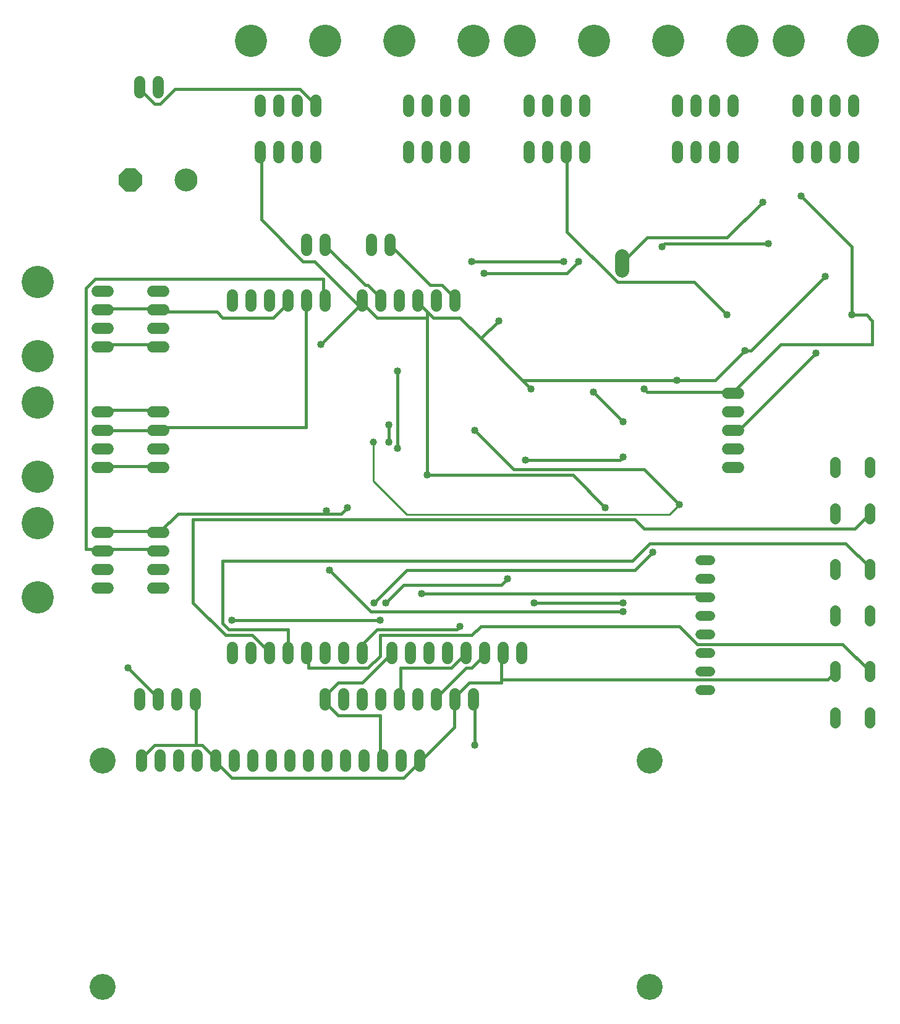
<source format=gbl>
G75*
G70*
%OFA0B0*%
%FSLAX24Y24*%
%IPPOS*%
%LPD*%
%AMOC8*
5,1,8,0,0,1.08239X$1,22.5*
%
%ADD10C,0.0600*%
%ADD11C,0.0554*%
%ADD12C,0.1400*%
%ADD13C,0.1740*%
%ADD14C,0.0780*%
%ADD15C,0.0520*%
%ADD16OC8,0.1240*%
%ADD17C,0.1240*%
%ADD18C,0.0160*%
%ADD19C,0.0400*%
%ADD20C,0.0396*%
%ADD21C,0.0100*%
D10*
X007234Y013406D02*
X007234Y014006D01*
X008234Y014006D02*
X008234Y013406D01*
X009234Y013406D02*
X009234Y014006D01*
X010234Y014006D02*
X010234Y013406D01*
X011234Y013406D02*
X011234Y014006D01*
X012234Y014006D02*
X012234Y013406D01*
X013234Y013406D02*
X013234Y014006D01*
X014234Y014006D02*
X014234Y013406D01*
X015234Y013406D02*
X015234Y014006D01*
X016234Y014006D02*
X016234Y013406D01*
X017234Y013406D02*
X017234Y014006D01*
X018234Y014006D02*
X018234Y013406D01*
X019234Y013406D02*
X019234Y014006D01*
X020234Y014006D02*
X020234Y013406D01*
X021234Y013406D02*
X021234Y014006D01*
X022234Y014006D02*
X022234Y013406D01*
X022134Y016706D02*
X022134Y017306D01*
X021134Y017306D02*
X021134Y016706D01*
X020134Y016706D02*
X020134Y017306D01*
X019134Y017306D02*
X019134Y016706D01*
X018134Y016706D02*
X018134Y017306D01*
X017134Y017306D02*
X017134Y016706D01*
X017134Y019206D02*
X017134Y019806D01*
X016134Y019806D02*
X016134Y019206D01*
X015134Y019206D02*
X015134Y019806D01*
X014134Y019806D02*
X014134Y019206D01*
X013134Y019206D02*
X013134Y019806D01*
X012134Y019806D02*
X012134Y019206D01*
X010134Y017306D02*
X010134Y016706D01*
X009134Y016706D02*
X009134Y017306D01*
X008134Y017306D02*
X008134Y016706D01*
X007134Y016706D02*
X007134Y017306D01*
X007834Y023006D02*
X008434Y023006D01*
X008434Y024006D02*
X007834Y024006D01*
X007834Y025006D02*
X008434Y025006D01*
X008434Y026006D02*
X007834Y026006D01*
X005434Y026006D02*
X004834Y026006D01*
X004834Y025006D02*
X005434Y025006D01*
X005434Y024006D02*
X004834Y024006D01*
X004834Y023006D02*
X005434Y023006D01*
X005434Y029506D02*
X004834Y029506D01*
X004834Y030506D02*
X005434Y030506D01*
X005434Y031506D02*
X004834Y031506D01*
X004834Y032506D02*
X005434Y032506D01*
X007834Y032506D02*
X008434Y032506D01*
X008434Y031506D02*
X007834Y031506D01*
X007834Y030506D02*
X008434Y030506D01*
X008434Y029506D02*
X007834Y029506D01*
X007834Y036006D02*
X008434Y036006D01*
X008434Y037006D02*
X007834Y037006D01*
X007834Y038006D02*
X008434Y038006D01*
X008434Y039006D02*
X007834Y039006D01*
X005434Y039006D02*
X004834Y039006D01*
X004834Y038006D02*
X005434Y038006D01*
X005434Y037006D02*
X004834Y037006D01*
X004834Y036006D02*
X005434Y036006D01*
X012134Y038206D02*
X012134Y038806D01*
X013134Y038806D02*
X013134Y038206D01*
X014134Y038206D02*
X014134Y038806D01*
X015134Y038806D02*
X015134Y038206D01*
X016134Y038206D02*
X016134Y038806D01*
X017134Y038806D02*
X017134Y038206D01*
X019134Y038206D02*
X019134Y038806D01*
X020134Y038806D02*
X020134Y038206D01*
X021134Y038206D02*
X021134Y038806D01*
X022134Y038806D02*
X022134Y038206D01*
X023134Y038206D02*
X023134Y038806D01*
X024134Y038806D02*
X024134Y038206D01*
X020634Y041206D02*
X020634Y041806D01*
X019634Y041806D02*
X019634Y041206D01*
X017134Y041206D02*
X017134Y041806D01*
X016134Y041806D02*
X016134Y041206D01*
X015634Y046206D02*
X015634Y046806D01*
X014634Y046806D02*
X014634Y046206D01*
X013634Y046206D02*
X013634Y046806D01*
X013634Y048706D02*
X013634Y049306D01*
X014634Y049306D02*
X014634Y048706D01*
X015634Y048706D02*
X015634Y049306D01*
X016634Y049306D02*
X016634Y048706D01*
X016634Y046806D02*
X016634Y046206D01*
X021634Y046206D02*
X021634Y046806D01*
X022634Y046806D02*
X022634Y046206D01*
X023634Y046206D02*
X023634Y046806D01*
X024634Y046806D02*
X024634Y046206D01*
X024634Y048706D02*
X024634Y049306D01*
X023634Y049306D02*
X023634Y048706D01*
X022634Y048706D02*
X022634Y049306D01*
X021634Y049306D02*
X021634Y048706D01*
X028134Y048706D02*
X028134Y049306D01*
X029134Y049306D02*
X029134Y048706D01*
X030134Y048706D02*
X030134Y049306D01*
X031134Y049306D02*
X031134Y048706D01*
X031134Y046806D02*
X031134Y046206D01*
X030134Y046206D02*
X030134Y046806D01*
X029134Y046806D02*
X029134Y046206D01*
X028134Y046206D02*
X028134Y046806D01*
X036134Y046806D02*
X036134Y046206D01*
X037134Y046206D02*
X037134Y046806D01*
X038134Y046806D02*
X038134Y046206D01*
X039134Y046206D02*
X039134Y046806D01*
X039134Y048706D02*
X039134Y049306D01*
X038134Y049306D02*
X038134Y048706D01*
X037134Y048706D02*
X037134Y049306D01*
X036134Y049306D02*
X036134Y048706D01*
X042634Y048706D02*
X042634Y049306D01*
X043634Y049306D02*
X043634Y048706D01*
X044634Y048706D02*
X044634Y049306D01*
X045634Y049306D02*
X045634Y048706D01*
X045634Y046806D02*
X045634Y046206D01*
X044634Y046206D02*
X044634Y046806D01*
X043634Y046806D02*
X043634Y046206D01*
X042634Y046206D02*
X042634Y046806D01*
X039434Y033506D02*
X038834Y033506D01*
X038834Y032506D02*
X039434Y032506D01*
X039434Y031506D02*
X038834Y031506D01*
X038834Y030506D02*
X039434Y030506D01*
X039434Y029506D02*
X038834Y029506D01*
X027734Y019806D02*
X027734Y019206D01*
X026734Y019206D02*
X026734Y019806D01*
X025734Y019806D02*
X025734Y019206D01*
X024734Y019206D02*
X024734Y019806D01*
X023734Y019806D02*
X023734Y019206D01*
X022734Y019206D02*
X022734Y019806D01*
X021734Y019806D02*
X021734Y019206D01*
X020734Y019206D02*
X020734Y019806D01*
X019134Y019806D02*
X019134Y019206D01*
X018134Y019206D02*
X018134Y019806D01*
X023134Y017306D02*
X023134Y016706D01*
X024134Y016706D02*
X024134Y017306D01*
X025134Y017306D02*
X025134Y016706D01*
X008134Y049706D02*
X008134Y050306D01*
X007134Y050306D02*
X007134Y049706D01*
D11*
X044634Y029783D02*
X044634Y029229D01*
X044634Y027283D02*
X044634Y026729D01*
X046509Y026729D02*
X046509Y027283D01*
X046509Y029229D02*
X046509Y029783D01*
X046509Y024283D02*
X046509Y023729D01*
X046509Y021783D02*
X046509Y021229D01*
X044634Y021229D02*
X044634Y021783D01*
X044634Y023729D02*
X044634Y024283D01*
X044634Y018783D02*
X044634Y018229D01*
X044634Y016283D02*
X044634Y015729D01*
X046509Y015729D02*
X046509Y016283D01*
X046509Y018229D02*
X046509Y018783D01*
D12*
X005134Y001506D03*
X005134Y013706D03*
X034634Y013706D03*
X034634Y001506D03*
D13*
X001634Y022506D03*
X001634Y026506D03*
X001634Y029006D03*
X001634Y033006D03*
X001634Y035506D03*
X001634Y039506D03*
X013134Y052506D03*
X017134Y052506D03*
X021134Y052506D03*
X025134Y052506D03*
X027634Y052506D03*
X031634Y052506D03*
X035634Y052506D03*
X039634Y052506D03*
X042134Y052506D03*
X046134Y052506D03*
D14*
X033134Y040896D02*
X033134Y040116D01*
D15*
X037374Y024506D02*
X037894Y024506D01*
X037894Y023506D02*
X037374Y023506D01*
X037374Y022506D02*
X037894Y022506D01*
X037894Y021506D02*
X037374Y021506D01*
X037374Y020506D02*
X037894Y020506D01*
X037894Y019506D02*
X037374Y019506D01*
X037374Y018506D02*
X037894Y018506D01*
X037894Y017506D02*
X037374Y017506D01*
D16*
X006634Y045006D03*
D17*
X009634Y045006D03*
D18*
X008254Y049086D02*
X007934Y049086D01*
X007134Y049886D01*
X007134Y050006D01*
X008254Y049086D02*
X009054Y049886D01*
X015774Y049886D01*
X016574Y049086D01*
X016634Y049006D01*
X013634Y046506D02*
X013694Y046366D01*
X013694Y042846D01*
X015934Y040606D01*
X016574Y040606D01*
X018974Y038206D01*
X019134Y038506D01*
X019134Y038366D01*
X019934Y037566D01*
X022654Y037566D01*
X022654Y029086D01*
X030494Y029086D01*
X032254Y027326D01*
X033854Y026686D02*
X034334Y026206D01*
X045694Y026206D01*
X046494Y027006D01*
X046509Y027006D01*
X045214Y025406D02*
X046494Y024126D01*
X046509Y024006D01*
X045214Y025406D02*
X034654Y025406D01*
X033694Y024446D01*
X011614Y024446D01*
X011614Y021086D01*
X011934Y020766D01*
X015134Y020766D01*
X015134Y019506D01*
X014134Y019506D02*
X014014Y019646D01*
X013214Y020446D01*
X011774Y020446D01*
X010014Y022206D01*
X010014Y026686D01*
X033854Y026686D01*
X034814Y024926D02*
X033854Y023966D01*
X021534Y023966D01*
X019774Y022206D01*
X019614Y021726D02*
X017374Y023966D01*
X019614Y021726D02*
X033214Y021726D01*
X033214Y022206D02*
X028414Y022206D01*
X026974Y023486D02*
X026654Y023166D01*
X021374Y023166D01*
X020414Y022206D01*
X020094Y021246D02*
X012094Y021246D01*
X016134Y019506D02*
X016254Y019486D01*
X016254Y018686D01*
X019454Y018686D01*
X020094Y019326D01*
X020094Y020446D01*
X025054Y020446D01*
X025534Y020926D01*
X036254Y020926D01*
X037214Y019966D01*
X045054Y019966D01*
X046494Y018526D01*
X046509Y018506D01*
X044634Y018506D02*
X044574Y018366D01*
X044254Y018046D01*
X026654Y018046D01*
X026654Y019486D01*
X026734Y019506D01*
X025854Y019486D02*
X025734Y019506D01*
X025854Y019486D02*
X025054Y018686D01*
X024734Y018686D01*
X023134Y017086D01*
X023134Y017006D01*
X024094Y017086D02*
X024134Y017006D01*
X024094Y016926D01*
X024094Y015486D01*
X022334Y013726D01*
X022234Y013706D01*
X022174Y013566D01*
X021374Y012766D01*
X012094Y012766D01*
X011294Y013566D01*
X011234Y013706D01*
X011294Y013726D01*
X010494Y014526D01*
X010174Y014526D01*
X007934Y014526D01*
X007134Y013726D01*
X007234Y013706D01*
X010174Y014526D02*
X010174Y016926D01*
X010134Y017006D01*
X008134Y017006D02*
X008094Y017086D01*
X006494Y018686D01*
X005134Y025006D02*
X005054Y025086D01*
X004254Y025086D01*
X004254Y039166D01*
X004734Y039646D01*
X017054Y039646D01*
X017054Y038526D01*
X017134Y038506D01*
X016134Y038506D02*
X016094Y038366D01*
X016094Y031646D01*
X008254Y031646D01*
X008134Y031506D01*
X008094Y031486D01*
X005214Y031486D01*
X005134Y031506D01*
X005134Y032506D02*
X005214Y032606D01*
X008094Y032606D01*
X008134Y032506D01*
X008094Y029566D02*
X005214Y029566D01*
X005134Y029506D01*
X008094Y029566D02*
X008134Y029506D01*
X009214Y027006D02*
X008254Y026046D01*
X008134Y026006D01*
X008094Y026046D01*
X005214Y026046D01*
X005134Y026006D01*
X005214Y025086D02*
X005134Y025006D01*
X005214Y025086D02*
X008094Y025086D01*
X008134Y025006D01*
X009214Y027006D02*
X017214Y027006D01*
X017214Y027166D01*
X017214Y027006D02*
X018014Y027006D01*
X018334Y027326D01*
X020574Y030846D02*
X020574Y031806D01*
X021054Y030526D02*
X021054Y034686D01*
X022654Y037566D02*
X022654Y037886D01*
X022974Y037566D01*
X024414Y037566D01*
X025534Y036446D01*
X026494Y037406D01*
X025534Y036446D02*
X027774Y034206D01*
X036094Y034206D01*
X038174Y034206D01*
X039774Y035806D01*
X040094Y035806D01*
X044094Y039806D01*
X045534Y041406D02*
X045534Y037726D01*
X046334Y037726D01*
X046654Y037406D01*
X046654Y036126D01*
X041694Y036126D01*
X039134Y033566D01*
X039134Y033506D01*
X039134Y033566D02*
X034494Y033566D01*
X034334Y033726D01*
X033214Y031966D02*
X031614Y033566D01*
X033214Y030046D02*
X033054Y029886D01*
X027934Y029886D01*
X027294Y029406D02*
X034334Y029406D01*
X036254Y027486D01*
X039134Y031506D02*
X039134Y031646D01*
X039614Y031646D01*
X043614Y035646D01*
X038814Y037726D02*
X037054Y039486D01*
X032894Y039486D01*
X030174Y042206D01*
X030174Y046366D01*
X030134Y046506D01*
X034494Y041886D02*
X033214Y040606D01*
X033134Y040506D01*
X034494Y041886D02*
X038814Y041886D01*
X040734Y043806D01*
X041054Y041566D02*
X035454Y041566D01*
X035294Y041406D01*
X030814Y040606D02*
X030174Y039966D01*
X025694Y039966D01*
X025054Y040606D02*
X030014Y040606D01*
X027774Y034206D02*
X028254Y033726D01*
X025214Y031486D02*
X027294Y029406D01*
X022334Y022686D02*
X037374Y022686D01*
X037534Y022526D01*
X037634Y022506D01*
X026654Y018046D02*
X026654Y017886D01*
X024894Y017886D01*
X024094Y017086D01*
X025134Y017006D02*
X025214Y016926D01*
X025214Y014526D01*
X023934Y018686D02*
X021214Y018686D01*
X021214Y017086D01*
X021134Y017006D01*
X020094Y016126D02*
X017854Y016126D01*
X017054Y016926D01*
X017134Y017006D01*
X017054Y017086D01*
X017854Y017886D01*
X019134Y017886D01*
X020734Y019486D01*
X020734Y019506D01*
X019934Y020766D02*
X019134Y019966D01*
X019134Y019506D01*
X019934Y020766D02*
X024254Y020766D01*
X024414Y020926D01*
X024734Y019506D02*
X024734Y019486D01*
X023934Y018686D01*
X020094Y016126D02*
X020094Y013726D01*
X020234Y013706D01*
X016894Y036126D02*
X018974Y038206D01*
X019134Y038366D01*
X019294Y039326D02*
X019454Y039326D01*
X020254Y038526D01*
X020134Y038506D01*
X019294Y039326D02*
X017214Y041406D01*
X017134Y041506D01*
X015134Y038506D02*
X015134Y038366D01*
X014334Y037566D01*
X011614Y037566D01*
X011294Y037886D01*
X008254Y037886D01*
X008134Y038006D01*
X008094Y038046D01*
X005214Y038046D01*
X005134Y038006D01*
X005214Y036126D02*
X005134Y036006D01*
X005214Y036126D02*
X008094Y036126D01*
X008134Y036006D01*
X020634Y041506D02*
X022814Y039326D01*
X023454Y039326D01*
X024254Y038526D01*
X024134Y038506D01*
X022654Y037886D02*
X022174Y038366D01*
X022134Y038506D01*
X042814Y044126D02*
X045534Y041406D01*
D19*
X044094Y039806D03*
X045534Y037726D03*
X043614Y035646D03*
X039774Y035806D03*
X038814Y037726D03*
X036094Y034206D03*
X034334Y033726D03*
X033214Y031966D03*
X033214Y030046D03*
X032254Y027326D03*
X034814Y024926D03*
X036254Y027486D03*
X033214Y022206D03*
X033214Y021726D03*
X028414Y022206D03*
X026974Y023486D03*
X024414Y020926D03*
X022334Y022686D03*
X020414Y022206D03*
X019774Y022206D03*
X020094Y021246D03*
X017374Y023966D03*
X017214Y027166D03*
X018334Y027326D03*
X020574Y030846D03*
X021054Y030526D03*
X020574Y031806D03*
X022654Y029086D03*
X025214Y031486D03*
X027934Y029886D03*
X028254Y033726D03*
X031614Y033566D03*
X026494Y037406D03*
X025694Y039966D03*
X025054Y040606D03*
X030014Y040606D03*
X030814Y040606D03*
X035294Y041406D03*
X040734Y043806D03*
X041054Y041566D03*
X042814Y044126D03*
X021054Y034686D03*
X016894Y036126D03*
X012094Y021246D03*
X006494Y018686D03*
X025214Y014526D03*
D20*
X019734Y030856D03*
X019734Y030856D03*
D21*
X019734Y028756D01*
X021534Y026956D01*
X035724Y026956D01*
X036254Y027486D01*
M02*

</source>
